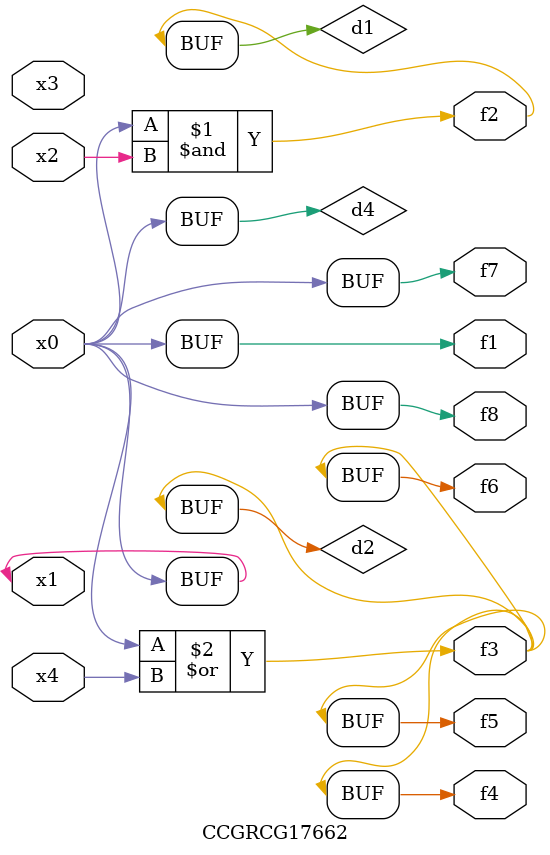
<source format=v>
module CCGRCG17662(
	input x0, x1, x2, x3, x4,
	output f1, f2, f3, f4, f5, f6, f7, f8
);

	wire d1, d2, d3, d4;

	and (d1, x0, x2);
	or (d2, x0, x4);
	nand (d3, x0, x2);
	buf (d4, x0, x1);
	assign f1 = d4;
	assign f2 = d1;
	assign f3 = d2;
	assign f4 = d2;
	assign f5 = d2;
	assign f6 = d2;
	assign f7 = d4;
	assign f8 = d4;
endmodule

</source>
